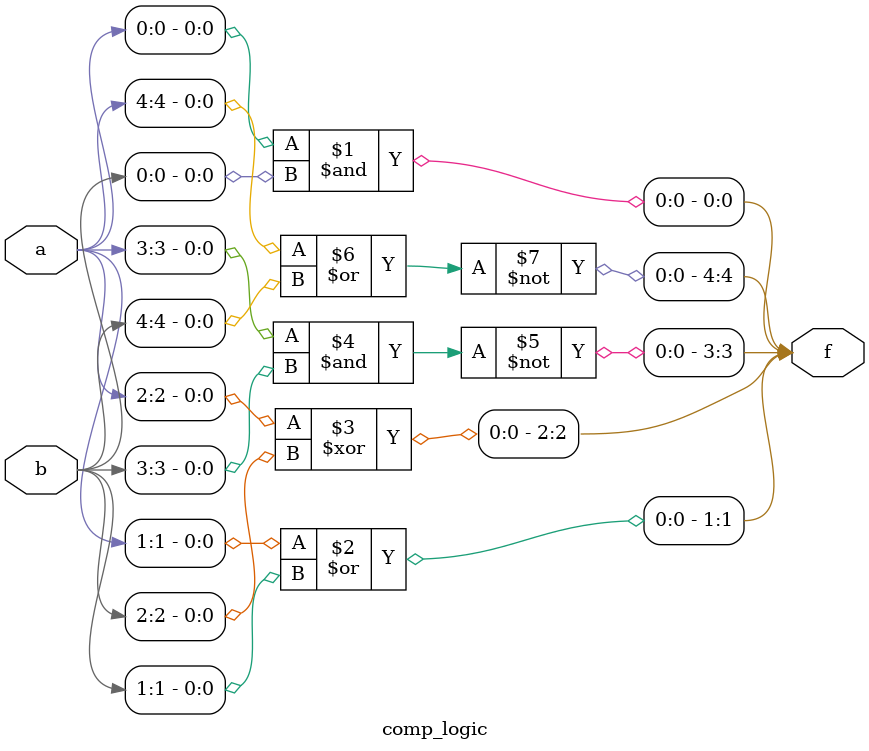
<source format=sv>
module comp_logic(
	input logic [4:0] a,b,
	output logic [4:0] f
	
);

//Operaciones logicas

assign f[0] = a[0] & b[0];
assign f[1] = a[1] | b[1];
assign f[2] = a[2] ^ b[2];
assign f[3] = ~(a[3] & b[3]);
assign f[4] = ~(a[4] | b[4]);

endmodule
</source>
